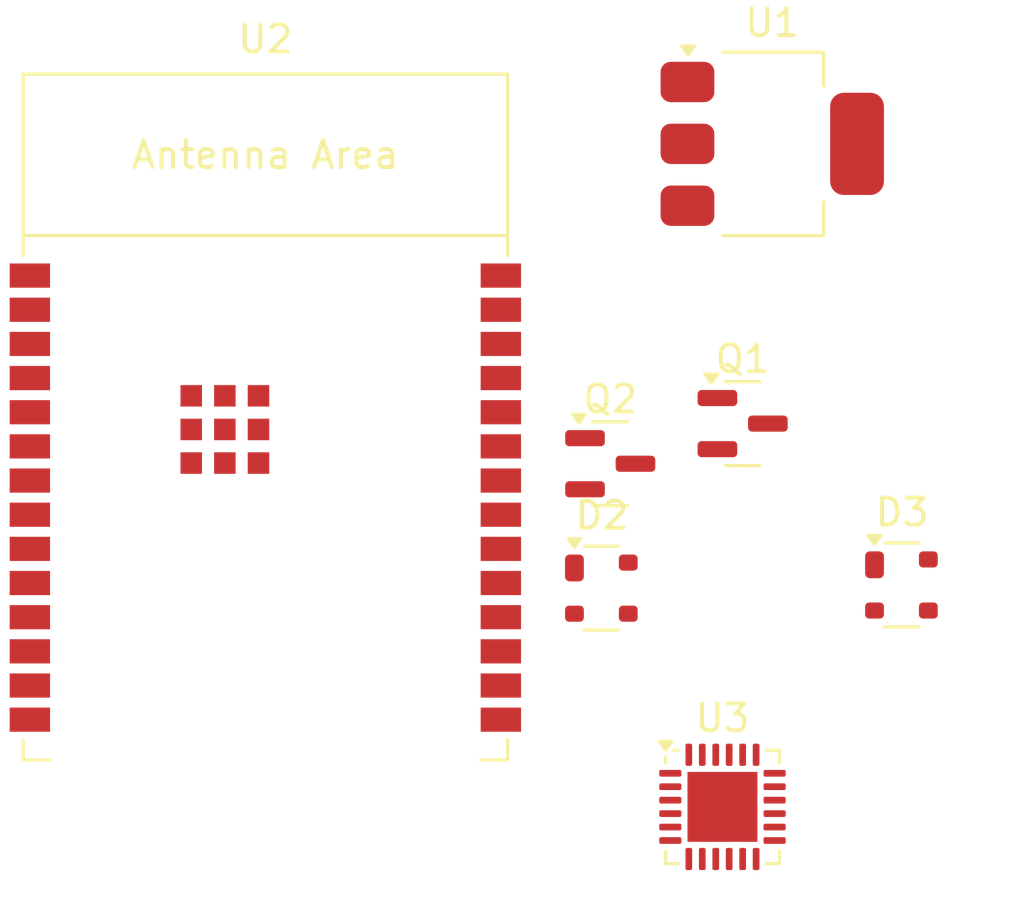
<source format=kicad_pcb>
(kicad_pcb (version 20241229) (generator "pcbnew") (generator_version "9.0")
  (layers (0 "F.Cu" signal) (2 "B.Cu" signal) (13 "F.Paste" user) (15 "B.Paste" user) (5 "F.SilkS" user "F.Silkscreen") (7 "B.SilkS" user "B.Silkscreen") (1 "F.Mask" user) (3 "B.Mask" user) (25 "Edge.Cuts" user))
  (net 0 "")
  (net 1 "GND")
  (net 2 "Net-(P1-D+)")
  (net 3 "+5V")
  (net 4 "Net-(P1-D-)")
  (net 5 "D+")
  (net 6 "D-")
  (net 7 "Net-(Q1-B)")
  (net 8 "EN")
  (net 9 "RTS")
  (net 10 "Net-(Q2-B)")
  (net 11 "DTR")
  (net 12 "IO9")
  (net 13 "+3V3")
  (net 15 "Net-(U2-GPIO15)")
  (net 19 "RX")
  (net 20 "Net-(U2-GPIO8)")
  (net 23 "Net-(U2-GPIO0{slash}ADC1_CH0{slash}XTAL_32K_P)")
  (net 28 "Net-(U2-GPIO21)")
  (net 32 "TX")
  (net 34 "Net-(U2-GPIO22)")
  (net 35 "Net-(U3-VPP)")
  (net 43 "Net-(U3-RXD)")
  (net 46 "Net-(U3-TXD)")
  (net 47 "Net-(U3-~{RST})")
  (footprint "PCM_Espressif:ESP32-C6-WROOM-1" (layer "F.Cu") (at -31.235 46.1575)
    (property "Reference" "U2" (at 0 -17.05 0) (layer "F.SilkS"))
    (property "Value" "ESP32-C6-WROOM-1")
    (fp_line (start -9 -15.75) (end -9 -9) (stroke (width 0.12)) (layer "F.SilkS"))
    (fp_line (start -9 -15.75) (end 9 -15.75) (stroke (width 0.12)) (layer "F.SilkS"))
    (fp_line (start -9 9) (end -9 9.75) (stroke (width 0.12)) (layer "F.SilkS"))
    (fp_line (start -9 9.75) (end -8 9.75) (stroke (width 0.12)) (layer "F.SilkS"))
    (fp_line (start 9 -15.75) (end 9 -9) (stroke (width 0.12)) (layer "F.SilkS"))
    (fp_line (start 9 -9.75) (end -9 -9.75) (stroke (width 0.12)) (layer "F.SilkS"))
    (fp_line (start 9 9) (end 9 9.75) (stroke (width 0.12)) (layer "F.SilkS"))
    (fp_line (start 9 9.75) (end 8 9.75) (stroke (width 0.12)) (layer "F.SilkS"))
    (fp_text user "Antenna Area" (at 0 -12.75 0) (layer "F.SilkS"))
    (pad "1" smd rect (at -8.75 -8.26) (size 1.5 0.9) (layers "F.Cu" "F.Mask" "F.Paste") (net 1 "GND"))
    (pad "2" smd rect (at -8.75 -6.99) (size 1.5 0.9) (layers "F.Cu" "F.Mask" "F.Paste") (net 13 "+3V3"))
    (pad "3" smd rect (at -8.75 -5.72) (size 1.5 0.9) (layers "F.Cu" "F.Mask" "F.Paste") (net 8 "EN"))
    (pad "4" smd rect (at -8.75 -4.45) (size 1.5 0.9) (layers "F.Cu" "F.Mask" "F.Paste"))
    (pad "5" smd rect (at -8.75 -3.18) (size 1.5 0.9) (layers "F.Cu" "F.Mask" "F.Paste"))
    (pad "6" smd rect (at -8.75 -1.91) (size 1.5 0.9) (layers "F.Cu" "F.Mask" "F.Paste"))
    (pad "7" smd rect (at -8.75 -0.64) (size 1.5 0.9) (layers "F.Cu" "F.Mask" "F.Paste"))
    (pad "8" smd rect (at -8.75 0.63) (size 1.5 0.9) (layers "F.Cu" "F.Mask" "F.Paste") (net 23 "Net-(U2-GPIO0{slash}ADC1_CH0{slash}XTAL_32K_P)"))
    (pad "9" smd rect (at -8.75 1.9) (size 1.5 0.9) (layers "F.Cu" "F.Mask" "F.Paste"))
    (pad "10" smd rect (at -8.75 3.17) (size 1.5 0.9) (layers "F.Cu" "F.Mask" "F.Paste") (net 20 "Net-(U2-GPIO8)"))
    (pad "11" smd rect (at -8.75 4.44) (size 1.5 0.9) (layers "F.Cu" "F.Mask" "F.Paste"))
    (pad "12" smd rect (at -8.75 5.71) (size 1.5 0.9) (layers "F.Cu" "F.Mask" "F.Paste"))
    (pad "13" smd rect (at -8.75 6.98) (size 1.5 0.9) (layers "F.Cu" "F.Mask" "F.Paste") (net 6 "D-"))
    (pad "14" smd rect (at -8.75 8.25) (size 1.5 0.9) (layers "F.Cu" "F.Mask" "F.Paste") (net 5 "D+"))
    (pad "15" smd rect (at 8.75 8.25 180) (size 1.5 0.9) (layers "F.Cu" "F.Mask" "F.Paste") (net 12 "IO9"))
    (pad "16" smd rect (at 8.75 6.98 180) (size 1.5 0.9) (layers "F.Cu" "F.Mask" "F.Paste"))
    (pad "17" smd rect (at 8.75 5.71 180) (size 1.5 0.9) (layers "F.Cu" "F.Mask" "F.Paste"))
    (pad "18" smd rect (at 8.75 4.44 180) (size 1.5 0.9) (layers "F.Cu" "F.Mask" "F.Paste"))
    (pad "19" smd rect (at 8.75 3.17 180) (size 1.5 0.9) (layers "F.Cu" "F.Mask" "F.Paste") (net 28 "Net-(U2-GPIO21)"))
    (pad "20" smd rect (at 8.75 1.9 180) (size 1.5 0.9) (layers "F.Cu" "F.Mask" "F.Paste") (net 34 "Net-(U2-GPIO22)"))
    (pad "21" smd rect (at 8.75 0.63 180) (size 1.5 0.9) (layers "F.Cu" "F.Mask" "F.Paste"))
    (pad "22" smd rect (at 8.75 -0.64 180) (size 1.5 0.9) (layers "F.Cu" "F.Mask" "F.Paste"))
    (pad "23" smd rect (at 8.75 -1.91 180) (size 1.5 0.9) (layers "F.Cu" "F.Mask" "F.Paste") (net 15 "Net-(U2-GPIO15)"))
    (pad "24" smd rect (at 8.75 -3.18 180) (size 1.5 0.9) (layers "F.Cu" "F.Mask" "F.Paste") (net 32 "TX"))
    (pad "25" smd rect (at 8.75 -4.45 180) (size 1.5 0.9) (layers "F.Cu" "F.Mask" "F.Paste") (net 19 "RX"))
    (pad "26" smd rect (at 8.75 -5.72 180) (size 1.5 0.9) (layers "F.Cu" "F.Mask" "F.Paste"))
    (pad "27" smd rect (at 8.75 -6.99 180) (size 1.5 0.9) (layers "F.Cu" "F.Mask" "F.Paste"))
    (pad "28" smd rect (at 8.75 -8.26 180) (size 1.5 0.9) (layers "F.Cu" "F.Mask" "F.Paste") (net 1 "GND"))
    (pad "29" smd rect (at -2.755 -3.79 180) (size 0.8 0.8) (layers "F.Cu" "F.Mask" "F.Paste") (net 1 "GND"))
    (pad "29" smd rect (at -2.755 -2.54 180) (size 0.8 0.8) (layers "F.Cu" "F.Mask" "F.Paste") (net 1 "GND"))
    (pad "29" smd rect (at -2.755 -1.29 180) (size 0.8 0.8) (layers "F.Cu" "F.Mask" "F.Paste") (net 1 "GND"))
    (pad "29" smd rect (at -1.505 -3.79 180) (size 0.8 0.8) (layers "F.Cu" "F.Mask" "F.Paste") (net 1 "GND"))
    (pad "29" smd rect (at -1.505 -2.54 180) (size 0.8 0.8) (layers "F.Cu" "F.Mask" "F.Paste") (net 1 "GND"))
    (pad "29" smd rect (at -1.505 -1.29 180) (size 0.8 0.8) (layers "F.Cu" "F.Mask" "F.Paste") (net 1 "GND"))
    (pad "29" smd rect (at -0.255 -3.79 180) (size 0.8 0.8) (layers "F.Cu" "F.Mask" "F.Paste") (net 1 "GND"))
    (pad "29" smd rect (at -0.255 -2.54 180) (size 0.8 0.8) (layers "F.Cu" "F.Mask" "F.Paste") (net 1 "GND"))
    (pad "29" smd rect (at -0.255 -1.29 180) (size 0.8 0.8) (layers "F.Cu" "F.Mask" "F.Paste") (net 1 "GND"))
  )
  (footprint "Package_DFN_QFN:QFN-24-1EP_4x4mm_P0.5mm_EP2.6x2.6mm" (layer "F.Cu") (at -14.25 57.65)
    (property "Reference" "U3" (at 0 -3.3 0) (layer "F.SilkS"))
    (property "Value" "CP2104")
    (fp_line (start -2.11 -1.635) (end -2.11 -1.87) (stroke (width 0.12)) (layer "F.SilkS"))
    (fp_line (start -2.11 2.11) (end -2.11 1.635) (stroke (width 0.12)) (layer "F.SilkS"))
    (fp_line (start -1.635 -2.11) (end -1.81 -2.11) (stroke (width 0.12)) (layer "F.SilkS"))
    (fp_line (start -1.635 2.11) (end -2.11 2.11) (stroke (width 0.12)) (layer "F.SilkS"))
    (fp_line (start 1.635 -2.11) (end 2.11 -2.11) (stroke (width 0.12)) (layer "F.SilkS"))
    (fp_line (start 1.635 2.11) (end 2.11 2.11) (stroke (width 0.12)) (layer "F.SilkS"))
    (fp_line (start 2.11 -2.11) (end 2.11 -1.635) (stroke (width 0.12)) (layer "F.SilkS"))
    (fp_line (start 2.11 2.11) (end 2.11 1.635) (stroke (width 0.12)) (layer "F.SilkS"))
    (fp_poly (pts (xy -2.11 -2.11) (xy -2.35 -2.44) (xy -1.87 -2.44)) (stroke (width 0.12)) (fill yes) (layer "F.SilkS"))
    (pad "1" smd roundrect (at -1.9375 -1.25) (size 0.825 0.25) (layers "F.Cu" "F.Mask" "F.Paste"))
    (pad "2" smd roundrect (at -1.9375 -0.75) (size 0.825 0.25) (layers "F.Cu" "F.Mask" "F.Paste") (net 1 "GND"))
    (pad "3" smd roundrect (at -1.9375 -0.25) (size 0.825 0.25) (layers "F.Cu" "F.Mask" "F.Paste") (net 2 "Net-(P1-D+)"))
    (pad "4" smd roundrect (at -1.9375 0.25) (size 0.825 0.25) (layers "F.Cu" "F.Mask" "F.Paste") (net 4 "Net-(P1-D-)"))
    (pad "5" smd roundrect (at -1.9375 0.75) (size 0.825 0.25) (layers "F.Cu" "F.Mask" "F.Paste") (net 13 "+3V3"))
    (pad "6" smd roundrect (at -1.9375 1.25) (size 0.825 0.25) (layers "F.Cu" "F.Mask" "F.Paste") (net 13 "+3V3"))
    (pad "7" smd roundrect (at -1.25 1.9375) (size 0.25 0.825) (layers "F.Cu" "F.Mask" "F.Paste") (net 13 "+3V3"))
    (pad "8" smd roundrect (at -0.75 1.9375) (size 0.25 0.825) (layers "F.Cu" "F.Mask" "F.Paste") (net 3 "+5V"))
    (pad "9" smd roundrect (at -0.25 1.9375) (size 0.25 0.825) (layers "F.Cu" "F.Mask" "F.Paste") (net 47 "Net-(U3-~{RST})"))
    (pad "10" smd roundrect (at 0.25 1.9375) (size 0.25 0.825) (layers "F.Cu" "F.Mask" "F.Paste"))
    (pad "11" smd roundrect (at 0.75 1.9375) (size 0.25 0.825) (layers "F.Cu" "F.Mask" "F.Paste"))
    (pad "12" smd roundrect (at 1.25 1.9375) (size 0.25 0.825) (layers "F.Cu" "F.Mask" "F.Paste"))
    (pad "13" smd roundrect (at 1.9375 1.25) (size 0.825 0.25) (layers "F.Cu" "F.Mask" "F.Paste"))
    (pad "14" smd roundrect (at 1.9375 0.75) (size 0.825 0.25) (layers "F.Cu" "F.Mask" "F.Paste"))
    (pad "15" smd roundrect (at 1.9375 0.25) (size 0.825 0.25) (layers "F.Cu" "F.Mask" "F.Paste"))
    (pad "16" smd roundrect (at 1.9375 -0.25) (size 0.825 0.25) (layers "F.Cu" "F.Mask" "F.Paste") (net 35 "Net-(U3-VPP)"))
    (pad "17" smd roundrect (at 1.9375 -0.75) (size 0.825 0.25) (layers "F.Cu" "F.Mask" "F.Paste"))
    (pad "18" smd roundrect (at 1.9375 -1.25) (size 0.825 0.25) (layers "F.Cu" "F.Mask" "F.Paste"))
    (pad "19" smd roundrect (at 1.25 -1.9375) (size 0.25 0.825) (layers "F.Cu" "F.Mask" "F.Paste") (net 9 "RTS"))
    (pad "20" smd roundrect (at 0.75 -1.9375) (size 0.25 0.825) (layers "F.Cu" "F.Mask" "F.Paste") (net 43 "Net-(U3-RXD)"))
    (pad "21" smd roundrect (at 0.25 -1.9375) (size 0.25 0.825) (layers "F.Cu" "F.Mask" "F.Paste") (net 46 "Net-(U3-TXD)"))
    (pad "22" smd roundrect (at -0.25 -1.9375) (size 0.25 0.825) (layers "F.Cu" "F.Mask" "F.Paste"))
    (pad "23" smd roundrect (at -0.75 -1.9375) (size 0.25 0.825) (layers "F.Cu" "F.Mask" "F.Paste") (net 11 "DTR"))
    (pad "24" smd roundrect (at -1.25 -1.9375) (size 0.25 0.825) (layers "F.Cu" "F.Mask" "F.Paste"))
    (pad "25" smd rect (at 0 0) (size 2.6 2.6) (property pad_prop_heatsink) (layers "F.Cu" "F.Mask") (net 1 "GND"))
  )
  (footprint "Package_TO_SOT_SMD:SOT-143" (layer "F.Cu") (at -18.75 49.5175)
    (property "Reference" "D2" (at 0.02 -2.7 0) (layer "F.SilkS"))
    (property "Value" "SP0503BAHT")
    (fp_line (start -0.65 1.56) (end 0.65 1.56) (stroke (width 0.12)) (layer "F.SilkS"))
    (fp_line (start 0.65 -1.56) (end -0.62 -1.56) (stroke (width 0.12)) (layer "F.SilkS"))
    (fp_poly (pts (xy -1 -1.51) (xy -1.24 -1.84) (xy -0.76 -1.84) (xy -1 -1.51)) (stroke (width 0.12)) (fill yes) (layer "F.SilkS"))
    (pad "1" smd roundrect (at -1 -0.75) (size 0.7 1) (layers "F.Cu" "F.Mask" "F.Paste") (net 1 "GND"))
    (pad "2" smd roundrect (at -1 0.95) (size 0.7 0.6) (layers "F.Cu" "F.Mask" "F.Paste") (net 2 "Net-(P1-D+)"))
    (pad "3" smd roundrect (at 1 0.95) (size 0.7 0.6) (layers "F.Cu" "F.Mask" "F.Paste") (net 4 "Net-(P1-D-)"))
    (pad "4" smd roundrect (at 1 -0.95) (size 0.7 0.6) (layers "F.Cu" "F.Mask" "F.Paste") (net 3 "+5V"))
  )
  (footprint "Package_TO_SOT_SMD:SOT-23" (layer "F.Cu") (at -13.5 43.4)
    (property "Reference" "Q1" (at 0 -2.4 0) (layer "F.SilkS"))
    (property "Value" "SS8050")
    (fp_line (start 0 -1.56) (end -0.65 -1.56) (stroke (width 0.12)) (layer "F.SilkS"))
    (fp_line (start 0 -1.56) (end 0.65 -1.56) (stroke (width 0.12)) (layer "F.SilkS"))
    (fp_line (start 0 1.56) (end -0.65 1.56) (stroke (width 0.12)) (layer "F.SilkS"))
    (fp_line (start 0 1.56) (end 0.65 1.56) (stroke (width 0.12)) (layer "F.SilkS"))
    (fp_poly (pts (xy -1.1625 -1.51) (xy -1.4025 -1.84) (xy -0.9225 -1.84)) (stroke (width 0.12)) (fill yes) (layer "F.SilkS"))
    (pad "1" smd roundrect (at -0.9375 -0.95) (size 1.475 0.6) (layers "F.Cu" "F.Mask" "F.Paste") (net 7 "Net-(Q1-B)"))
    (pad "2" smd roundrect (at -0.9375 0.95) (size 1.475 0.6) (layers "F.Cu" "F.Mask" "F.Paste") (net 9 "RTS"))
    (pad "3" smd roundrect (at 0.9375 0) (size 1.475 0.6) (layers "F.Cu" "F.Mask" "F.Paste") (net 8 "EN"))
  )
  (footprint "Package_TO_SOT_SMD:SOT-23" (layer "F.Cu") (at -18.42 44.8925)
    (property "Reference" "Q2" (at 0 -2.4 0) (layer "F.SilkS"))
    (property "Value" "SS8050")
    (fp_line (start 0 -1.56) (end -0.65 -1.56) (stroke (width 0.12)) (layer "F.SilkS"))
    (fp_line (start 0 -1.56) (end 0.65 -1.56) (stroke (width 0.12)) (layer "F.SilkS"))
    (fp_line (start 0 1.56) (end -0.65 1.56) (stroke (width 0.12)) (layer "F.SilkS"))
    (fp_line (start 0 1.56) (end 0.65 1.56) (stroke (width 0.12)) (layer "F.SilkS"))
    (fp_poly (pts (xy -1.1625 -1.51) (xy -1.4025 -1.84) (xy -0.9225 -1.84)) (stroke (width 0.12)) (fill yes) (layer "F.SilkS"))
    (pad "1" smd roundrect (at -0.9375 -0.95) (size 1.475 0.6) (layers "F.Cu" "F.Mask" "F.Paste") (net 10 "Net-(Q2-B)"))
    (pad "2" smd roundrect (at -0.9375 0.95) (size 1.475 0.6) (layers "F.Cu" "F.Mask" "F.Paste") (net 11 "DTR"))
    (pad "3" smd roundrect (at 0.9375 0) (size 1.475 0.6) (layers "F.Cu" "F.Mask" "F.Paste") (net 12 "IO9"))
  )
  (footprint "Package_TO_SOT_SMD:SOT-143" (layer "F.Cu") (at -7.6 49.4)
    (property "Reference" "D3" (at 0.02 -2.7 0) (layer "F.SilkS"))
    (property "Value" "SP0503BAHT")
    (fp_line (start -0.65 1.56) (end 0.65 1.56) (stroke (width 0.12)) (layer "F.SilkS"))
    (fp_line (start 0.65 -1.56) (end -0.62 -1.56) (stroke (width 0.12)) (layer "F.SilkS"))
    (fp_poly (pts (xy -1 -1.51) (xy -1.24 -1.84) (xy -0.76 -1.84) (xy -1 -1.51)) (stroke (width 0.12)) (fill yes) (layer "F.SilkS"))
    (pad "1" smd roundrect (at -1 -0.75) (size 0.7 1) (layers "F.Cu" "F.Mask" "F.Paste") (net 1 "GND"))
    (pad "2" smd roundrect (at -1 0.95) (size 0.7 0.6) (layers "F.Cu" "F.Mask" "F.Paste") (net 5 "D+"))
    (pad "3" smd roundrect (at 1 0.95) (size 0.7 0.6) (layers "F.Cu" "F.Mask" "F.Paste") (net 6 "D-"))
    (pad "4" smd roundrect (at 1 -0.95) (size 0.7 0.6) (layers "F.Cu" "F.Mask" "F.Paste") (net 3 "+5V"))
  )
  (footprint "Package_TO_SOT_SMD:SOT-223-3_TabPin2" (layer "F.Cu") (at -12.4 33)
    (property "Reference" "U1" (at 0 -4.5 0) (layer "F.SilkS"))
    (property "Value" "LD1117S33TR_SOT223")
    (fp_line (start -1.85 -3.41) (end 1.91 -3.41) (stroke (width 0.12)) (layer "F.SilkS"))
    (fp_line (start -1.85 3.41) (end 1.91 3.41) (stroke (width 0.12)) (layer "F.SilkS"))
    (fp_line (start 1.91 -3.41) (end 1.91 -2.15) (stroke (width 0.12)) (layer "F.SilkS"))
    (fp_line (start 1.91 3.41) (end 1.91 2.15) (stroke (width 0.12)) (layer "F.SilkS"))
    (fp_poly (pts (xy -3.13 -3.31) (xy -3.37 -3.64) (xy -2.89 -3.64) (xy -3.13 -3.31)) (stroke (width 0.12)) (fill yes) (layer "F.SilkS"))
    (pad "1" smd roundrect (at -3.15 -2.3) (size 2 1.5) (layers "F.Cu" "F.Mask" "F.Paste") (net 1 "GND"))
    (pad "2" smd roundrect (at -3.15 0) (size 2 1.5) (layers "F.Cu" "F.Mask" "F.Paste") (net 13 "+3V3"))
    (pad "2" smd roundrect (at 3.15 0) (size 2 3.8) (layers "F.Cu" "F.Mask" "F.Paste") (net 13 "+3V3"))
    (pad "3" smd roundrect (at -3.15 2.3) (size 2 1.5) (layers "F.Cu" "F.Mask" "F.Paste") (net 3 "+5V"))
  )
)
</source>
